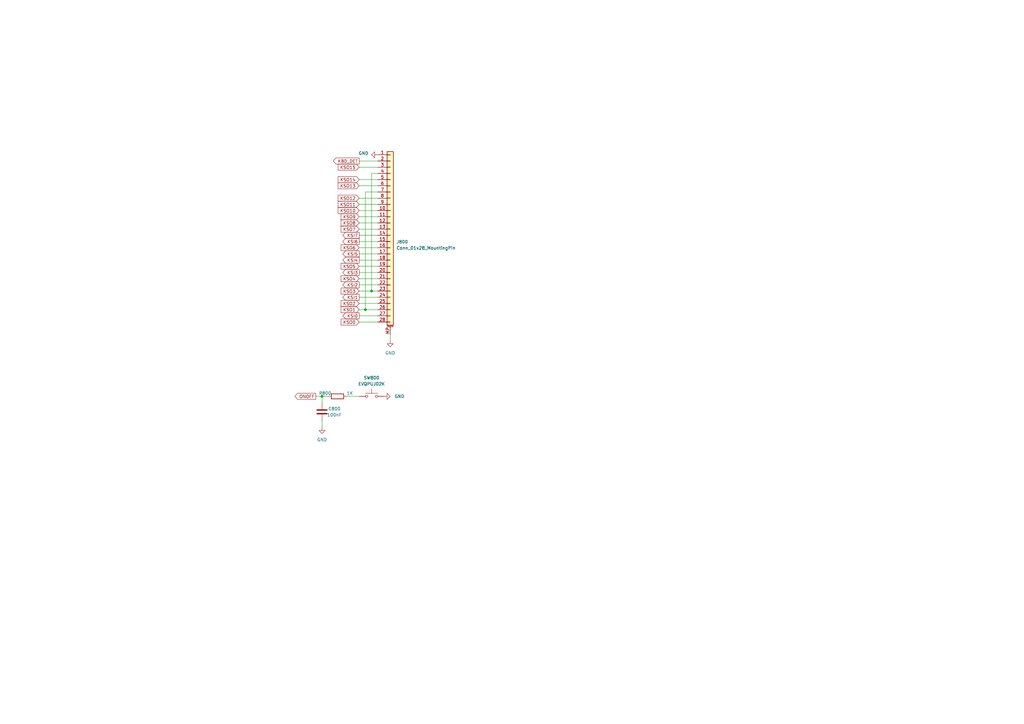
<source format=kicad_sch>
(kicad_sch (version 20210621) (generator eeschema)
  (paper "A3")
  (title_block (title "NekoInk Mainboard") (date "2021-08-18") (rev "R0.1") (company "Copyright 2021 Wenting Zhang") (comment 2 "MERCHANTABILITY, SATISFACTORY QUALITY AND FITNESS FOR A PARTICULAR PURPOSE.") (comment 3 "This source is distributed WITHOUT ANY EXPRESS OR IMPLIED WARRANTY, INCLUDING OF") (comment 4 "This source describes Open Hardware and is licensed under the CERN-OHL-P v2."))
  (lib_symbols
    (symbol "Connector_Generic_MountingPin:Conn_01x28_MountingPin" (pin_names (offset 1.016) hide)
      (property "Reference" "J" (at 0 35.56 0))
      (property "Value" "Conn_01x28_MountingPin" (at 1.27 -38.1 0))
      (symbol "Conn_01x28_MountingPin_1_1"
        (text "Mounting" (at 0 -37.211 0) (effects (font (size 0.381 0.381))))
        (rectangle (start -1.27 -35.433) (end 0 -35.687) (stroke (width 0.1524)))
        (rectangle (start -1.27 -32.893) (end 0 -33.147) (stroke (width 0.1524)))
        (rectangle (start -1.27 -30.353) (end 0 -30.607) (stroke (width 0.1524)))
        (rectangle (start -1.27 -27.813) (end 0 -28.067) (stroke (width 0.1524)))
        (rectangle (start -1.27 -25.273) (end 0 -25.527) (stroke (width 0.1524)))
        (rectangle (start -1.27 -22.733) (end 0 -22.987) (stroke (width 0.1524)))
        (rectangle (start -1.27 -20.193) (end 0 -20.447) (stroke (width 0.1524)))
        (rectangle (start -1.27 -17.653) (end 0 -17.907) (stroke (width 0.1524)))
        (rectangle (start -1.27 -15.113) (end 0 -15.367) (stroke (width 0.1524)))
        (rectangle (start -1.27 -12.573) (end 0 -12.827) (stroke (width 0.1524)))
        (rectangle (start -1.27 -10.033) (end 0 -10.287) (stroke (width 0.1524)))
        (rectangle (start -1.27 -7.493) (end 0 -7.747) (stroke (width 0.1524)))
        (rectangle (start -1.27 -4.953) (end 0 -5.207) (stroke (width 0.1524)))
        (rectangle (start -1.27 -2.413) (end 0 -2.667) (stroke (width 0.1524)))
        (rectangle (start -1.27 0.127) (end 0 -0.127) (stroke (width 0.1524)))
        (rectangle (start -1.27 2.667) (end 0 2.413) (stroke (width 0.1524)))
        (rectangle (start -1.27 5.207) (end 0 4.953) (stroke (width 0.1524)))
        (rectangle (start -1.27 7.747) (end 0 7.493) (stroke (width 0.1524)))
        (rectangle (start -1.27 10.287) (end 0 10.033) (stroke (width 0.1524)))
        (rectangle (start -1.27 12.827) (end 0 12.573) (stroke (width 0.1524)))
        (rectangle (start -1.27 15.367) (end 0 15.113) (stroke (width 0.1524)))
        (rectangle (start -1.27 17.907) (end 0 17.653) (stroke (width 0.1524)))
        (rectangle (start -1.27 20.447) (end 0 20.193) (stroke (width 0.1524)))
        (rectangle (start -1.27 22.987) (end 0 22.733) (stroke (width 0.1524)))
        (rectangle (start -1.27 25.527) (end 0 25.273) (stroke (width 0.1524)))
        (rectangle (start -1.27 28.067) (end 0 27.813) (stroke (width 0.1524)))
        (rectangle (start -1.27 30.607) (end 0 30.353) (stroke (width 0.1524)))
        (rectangle (start -1.27 33.147) (end 0 32.893) (stroke (width 0.1524)))
        (rectangle (start -1.27 34.29) (end 1.27 -36.83) (stroke (width 0.254)) (fill (type background)))
        (polyline (pts (xy -1.016 -37.592) (xy 1.016 -37.592)) (stroke (width 0.1524)))
        (pin passive line (at -5.08 33.02 0) (length 3.81) (name "Pin_1") (number "1"))
        (pin passive line (at -5.08 10.16 0) (length 3.81) (name "Pin_10") (number "10"))
        (pin passive line (at -5.08 7.62 0) (length 3.81) (name "Pin_11") (number "11"))
        (pin passive line (at -5.08 5.08 0) (length 3.81) (name "Pin_12") (number "12"))
        (pin passive line (at -5.08 2.54 0) (length 3.81) (name "Pin_13") (number "13"))
        (pin passive line (at -5.08 0 0) (length 3.81) (name "Pin_14") (number "14"))
        (pin passive line (at -5.08 -2.54 0) (length 3.81) (name "Pin_15") (number "15"))
        (pin passive line (at -5.08 -5.08 0) (length 3.81) (name "Pin_16") (number "16"))
        (pin passive line (at -5.08 -7.62 0) (length 3.81) (name "Pin_17") (number "17"))
        (pin passive line (at -5.08 -10.16 0) (length 3.81) (name "Pin_18") (number "18"))
        (pin passive line (at -5.08 -12.7 0) (length 3.81) (name "Pin_19") (number "19"))
        (pin passive line (at -5.08 30.48 0) (length 3.81) (name "Pin_2") (number "2"))
        (pin passive line (at -5.08 -15.24 0) (length 3.81) (name "Pin_20") (number "20"))
        (pin passive line (at -5.08 -17.78 0) (length 3.81) (name "Pin_21") (number "21"))
        (pin passive line (at -5.08 -20.32 0) (length 3.81) (name "Pin_22") (number "22"))
        (pin passive line (at -5.08 -22.86 0) (length 3.81) (name "Pin_23") (number "23"))
        (pin passive line (at -5.08 -25.4 0) (length 3.81) (name "Pin_24") (number "24"))
        (pin passive line (at -5.08 -27.94 0) (length 3.81) (name "Pin_25") (number "25"))
        (pin passive line (at -5.08 -30.48 0) (length 3.81) (name "Pin_26") (number "26"))
        (pin passive line (at -5.08 -33.02 0) (length 3.81) (name "Pin_27") (number "27"))
        (pin passive line (at -5.08 -35.56 0) (length 3.81) (name "Pin_28") (number "28"))
        (pin passive line (at -5.08 27.94 0) (length 3.81) (name "Pin_3") (number "3"))
        (pin passive line (at -5.08 25.4 0) (length 3.81) (name "Pin_4") (number "4"))
        (pin passive line (at -5.08 22.86 0) (length 3.81) (name "Pin_5") (number "5"))
        (pin passive line (at -5.08 20.32 0) (length 3.81) (name "Pin_6") (number "6"))
        (pin passive line (at -5.08 17.78 0) (length 3.81) (name "Pin_7") (number "7"))
        (pin passive line (at -5.08 15.24 0) (length 3.81) (name "Pin_8") (number "8"))
        (pin passive line (at -5.08 12.7 0) (length 3.81) (name "Pin_9") (number "9"))
        (pin passive line (at 0 -40.64 90) (length 3.048) (name "MountPin") (number "MP"))
      )
    )
    (symbol "Device:C" (pin_numbers hide) (pin_names (offset 0.254))
      (property "Reference" "C" (at 0.635 2.54 0))
      (property "Value" "C" (at 0.635 -2.54 0))
      (symbol "C_0_1"
        (polyline (pts (xy -2.032 -0.762) (xy 2.032 -0.762)) (stroke (width 0.508)))
        (polyline (pts (xy -2.032 0.762) (xy 2.032 0.762)) (stroke (width 0.508)))
      )
      (symbol "C_1_1"
        (pin passive line (at 0 3.81 270) (length 2.794) (name "~") (number "1"))
        (pin passive line (at 0 -3.81 90) (length 2.794) (name "~") (number "2"))
      )
    )
    (symbol "Device:R" (pin_numbers hide) (pin_names (offset 0))
      (property "Reference" "R" (at 2.032 0 90))
      (property "Value" "R" (at 0 0 90))
      (symbol "R_0_1"
        (rectangle (start -1.016 -2.54) (end 1.016 2.54) (stroke (width 0.254)))
      )
      (symbol "R_1_1"
        (pin passive line (at 0 3.81 270) (length 1.27) (name "~") (number "1"))
        (pin passive line (at 0 -3.81 90) (length 1.27) (name "~") (number "2"))
      )
    )
    (symbol "Switch:SW_Push" (pin_numbers hide) (pin_names (offset 1.016) hide)
      (property "Reference" "SW" (at 1.27 2.54 0))
      (property "Value" "SW_Push" (at 0 -1.524 0))
      (symbol "SW_Push_0_1"
        (circle (center -2.032 0) (radius 0.508))
        (circle (center 2.032 0) (radius 0.508))
        (polyline (pts (xy 0 1.27) (xy 0 3.048)))
        (polyline (pts (xy 2.54 1.27) (xy -2.54 1.27)))
        (pin passive line (at -5.08 0 0) (length 2.54) (name "1") (number "1"))
        (pin passive line (at 5.08 0 180) (length 2.54) (name "2") (number "2"))
      )
    )
    (symbol "power:GND" (power) (pin_names (offset 0))
      (property "Value" "GND" (at 0 -3.81 0))
      (symbol "GND_0_1"
        (polyline (pts (xy 0 0) (xy 0 -1.27) (xy 1.27 -1.27) (xy 0 -2.54) (xy -1.27 -1.27) (xy 0 -1.27)))
      )
      (symbol "GND_1_1"
        (pin power_in line (at 0 0 270) (length 0) hide (name "GND") (number "1"))
      )
    )
  )
  (junction (at 132.08 162.56) (diameter 0.9144))
  (junction (at 149.86 127) (diameter 0.9144))
  (junction (at 152.4 119.38) (diameter 0.9144))
  (wire (pts (xy 129.54 162.56) (xy 132.08 162.56)))
  (wire (pts (xy 132.08 162.56) (xy 132.08 165.1)))
  (wire (pts (xy 132.08 162.56) (xy 134.62 162.56)))
  (wire (pts (xy 132.08 172.72) (xy 132.08 175.26)))
  (wire (pts (xy 142.24 162.56) (xy 147.32 162.56)))
  (wire (pts (xy 147.32 66.04) (xy 154.94 66.04)))
  (wire (pts (xy 147.32 68.58) (xy 154.94 68.58)))
  (wire (pts (xy 147.32 73.66) (xy 154.94 73.66)))
  (wire (pts (xy 147.32 76.2) (xy 154.94 76.2)))
  (wire (pts (xy 147.32 81.28) (xy 154.94 81.28)))
  (wire (pts (xy 147.32 83.82) (xy 154.94 83.82)))
  (wire (pts (xy 147.32 86.36) (xy 154.94 86.36)))
  (wire (pts (xy 147.32 88.9) (xy 154.94 88.9)))
  (wire (pts (xy 147.32 91.44) (xy 154.94 91.44)))
  (wire (pts (xy 147.32 93.98) (xy 154.94 93.98)))
  (wire (pts (xy 147.32 96.52) (xy 154.94 96.52)))
  (wire (pts (xy 147.32 99.06) (xy 154.94 99.06)))
  (wire (pts (xy 147.32 101.6) (xy 154.94 101.6)))
  (wire (pts (xy 147.32 104.14) (xy 154.94 104.14)))
  (wire (pts (xy 147.32 106.68) (xy 154.94 106.68)))
  (wire (pts (xy 147.32 109.22) (xy 154.94 109.22)))
  (wire (pts (xy 147.32 111.76) (xy 154.94 111.76)))
  (wire (pts (xy 147.32 114.3) (xy 154.94 114.3)))
  (wire (pts (xy 147.32 116.84) (xy 154.94 116.84)))
  (wire (pts (xy 147.32 119.38) (xy 152.4 119.38)))
  (wire (pts (xy 147.32 121.92) (xy 154.94 121.92)))
  (wire (pts (xy 147.32 124.46) (xy 154.94 124.46)))
  (wire (pts (xy 147.32 127) (xy 149.86 127)))
  (wire (pts (xy 147.32 129.54) (xy 154.94 129.54)))
  (wire (pts (xy 147.32 132.08) (xy 154.94 132.08)))
  (wire (pts (xy 149.86 78.74) (xy 149.86 127)))
  (wire (pts (xy 149.86 127) (xy 154.94 127)))
  (wire (pts (xy 152.4 71.12) (xy 152.4 119.38)))
  (wire (pts (xy 152.4 119.38) (xy 154.94 119.38)))
  (wire (pts (xy 154.94 71.12) (xy 152.4 71.12)))
  (wire (pts (xy 154.94 78.74) (xy 149.86 78.74)))
  (wire (pts (xy 160.02 137.16) (xy 160.02 139.7)))
  (global_label "ONOFF" (shape output) (at 129.54 162.56 180) (property "Intersheet References" "${INTERSHEET_REFS}" (effects hide)))
  (global_label "KBD_DET" (shape output) (at 147.32 66.04 180) (property "Intersheet References" "${INTERSHEET_REFS}" (effects hide)))
  (global_label "KSO15" (shape input) (at 147.32 68.58 180) (property "Intersheet References" "${INTERSHEET_REFS}" (effects hide)))
  (global_label "KSO14" (shape input) (at 147.32 73.66 180) (property "Intersheet References" "${INTERSHEET_REFS}" (effects hide)))
  (global_label "KSO13" (shape input) (at 147.32 76.2 180) (property "Intersheet References" "${INTERSHEET_REFS}" (effects hide)))
  (global_label "KSO12" (shape input) (at 147.32 81.28 180) (property "Intersheet References" "${INTERSHEET_REFS}" (effects hide)))
  (global_label "KSO11" (shape input) (at 147.32 83.82 180) (property "Intersheet References" "${INTERSHEET_REFS}" (effects hide)))
  (global_label "KSO10" (shape input) (at 147.32 86.36 180) (property "Intersheet References" "${INTERSHEET_REFS}" (effects hide)))
  (global_label "KSO9" (shape input) (at 147.32 88.9 180) (property "Intersheet References" "${INTERSHEET_REFS}" (effects hide)))
  (global_label "KSO8" (shape input) (at 147.32 91.44 180) (property "Intersheet References" "${INTERSHEET_REFS}" (effects hide)))
  (global_label "KSO7" (shape input) (at 147.32 93.98 180) (property "Intersheet References" "${INTERSHEET_REFS}" (effects hide)))
  (global_label "KSI7" (shape output) (at 147.32 96.52 180) (property "Intersheet References" "${INTERSHEET_REFS}" (effects hide)))
  (global_label "KSI6" (shape output) (at 147.32 99.06 180) (property "Intersheet References" "${INTERSHEET_REFS}" (effects hide)))
  (global_label "KSO6" (shape input) (at 147.32 101.6 180) (property "Intersheet References" "${INTERSHEET_REFS}" (effects hide)))
  (global_label "KSI5" (shape output) (at 147.32 104.14 180) (property "Intersheet References" "${INTERSHEET_REFS}" (effects hide)))
  (global_label "KSI4" (shape output) (at 147.32 106.68 180) (property "Intersheet References" "${INTERSHEET_REFS}" (effects hide)))
  (global_label "KSO5" (shape input) (at 147.32 109.22 180) (property "Intersheet References" "${INTERSHEET_REFS}" (effects hide)))
  (global_label "KSI3" (shape output) (at 147.32 111.76 180) (property "Intersheet References" "${INTERSHEET_REFS}" (effects hide)))
  (global_label "KSO4" (shape input) (at 147.32 114.3 180) (property "Intersheet References" "${INTERSHEET_REFS}" (effects hide)))
  (global_label "KSI2" (shape output) (at 147.32 116.84 180) (property "Intersheet References" "${INTERSHEET_REFS}" (effects hide)))
  (global_label "KSO3" (shape input) (at 147.32 119.38 180) (property "Intersheet References" "${INTERSHEET_REFS}" (effects hide)))
  (global_label "KSI1" (shape output) (at 147.32 121.92 180) (property "Intersheet References" "${INTERSHEET_REFS}" (effects hide)))
  (global_label "KSO2" (shape input) (at 147.32 124.46 180) (property "Intersheet References" "${INTERSHEET_REFS}" (effects hide)))
  (global_label "KSO1" (shape input) (at 147.32 127 180) (property "Intersheet References" "${INTERSHEET_REFS}" (effects hide)))
  (global_label "KSI0" (shape output) (at 147.32 129.54 180) (property "Intersheet References" "${INTERSHEET_REFS}" (effects hide)))
  (global_label "KSO0" (shape input) (at 147.32 132.08 180) (property "Intersheet References" "${INTERSHEET_REFS}" (effects hide)))
  (symbol (lib_id "power:GND") (at 132.08 175.26 0) (unit 1)
    (property "Reference" "#PWR0165" (effects hide))
    (property "Value" "GND" (at 132.08 180.34 0))
  )
  (symbol (lib_id "power:GND") (at 154.94 63.5 270) (unit 1)
    (property "Reference" "#PWR0157" (effects hide))
    (property "Value" "GND" (at 151.13 62.8649 90) (effects (justify right)))
  )
  (symbol (lib_id "power:GND") (at 157.48 162.56 90) (unit 1)
    (property "Reference" "#PWR0164" (effects hide))
    (property "Value" "GND" (at 163.83 162.56 90))
  )
  (symbol (lib_id "power:GND") (at 160.02 139.7 0) (unit 1)
    (property "Reference" "#PWR084" (effects hide))
    (property "Value" "GND" (at 160.02 144.78 0))
  )
  (symbol (lib_id "Device:R") (at 138.43 162.56 270) (unit 1)
    (property "Reference" "R800" (at 133.35 161.29 90))
    (property "Value" "1K" (at 143.51 161.29 90))
    (property "Footprint" "Resistor_SMD:R_0402_1005Metric" (effects hide))
  )
  (symbol (lib_id "Device:C") (at 132.08 168.91 180) (unit 1)
    (property "Reference" "C800" (at 137.16 167.64 0))
    (property "Value" "100nF" (at 137.16 170.18 0))
    (property "Footprint" "Capacitor_SMD:C_0402_1005Metric" (effects hide))
  )
  (symbol (lib_id "Switch:SW_Push") (at 152.4 162.56 0) (unit 1)
    (property "Reference" "SW800" (at 152.4 154.94 0))
    (property "Value" "EVQPUJ02K" (at 152.4 157.48 0))
    (property "Footprint" "Button_Switch_SMD:Panasonic_EVQPUJ_EVQPUA" (effects hide))
  )
  (symbol (lib_id "Connector_Generic_MountingPin:Conn_01x28_MountingPin") (at 160.02 96.52 0) (unit 1)
    (property "Reference" "J800" (at 162.56 99.1869 0) (effects (justify left)))
    (property "Value" "Conn_01x28_MountingPin" (at 162.56 101.7269 0) (effects (justify left)))
    (property "Footprint" "Connector_FFC-FPC:TE_2-84953-8_1x28-1MP_P1.0mm_Horizontal" (effects hide))
  )
)
</source>
